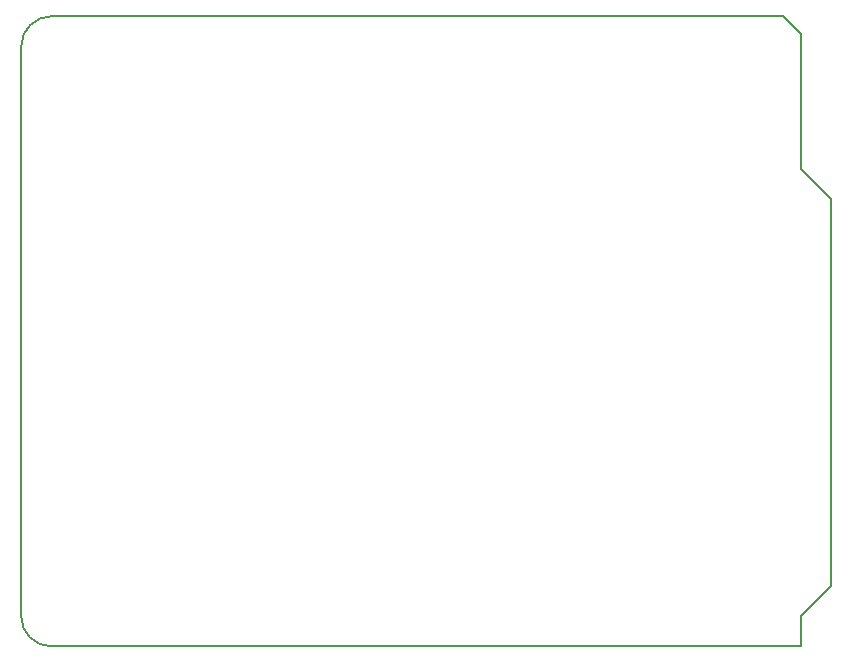
<source format=gbr>
G04 #@! TF.GenerationSoftware,KiCad,Pcbnew,(5.0.0)*
G04 #@! TF.CreationDate,2019-11-08T15:30:58-04:00*
G04 #@! TF.ProjectId,Nueva carpeta,4E7565766120636172706574612E6B69,rev?*
G04 #@! TF.SameCoordinates,Original*
G04 #@! TF.FileFunction,Profile,NP*
%FSLAX46Y46*%
G04 Gerber Fmt 4.6, Leading zero omitted, Abs format (unit mm)*
G04 Created by KiCad (PCBNEW (5.0.0)) date 11/08/19 15:30:58*
%MOMM*%
%LPD*%
G01*
G04 APERTURE LIST*
%ADD10C,0.150000*%
G04 APERTURE END LIST*
D10*
X110998000Y-75565000D02*
G75*
G02X113538000Y-73025000I2540000J0D01*
G01*
X113538000Y-126365000D02*
G75*
G02X110998000Y-123825000I0J2540000D01*
G01*
X177038000Y-74549000D02*
X175514000Y-73025000D01*
X177038000Y-85979000D02*
X177038000Y-74549000D01*
X179578000Y-88519000D02*
X177038000Y-85979000D01*
X179578000Y-121285000D02*
X179578000Y-88519000D01*
X177038000Y-123825000D02*
X179578000Y-121285000D01*
X177038000Y-126365000D02*
X177038000Y-123825000D01*
X113538000Y-126365000D02*
X177038000Y-126365000D01*
X110998000Y-75565000D02*
X110998000Y-123825000D01*
X175514000Y-73025000D02*
X113538000Y-73025000D01*
M02*

</source>
